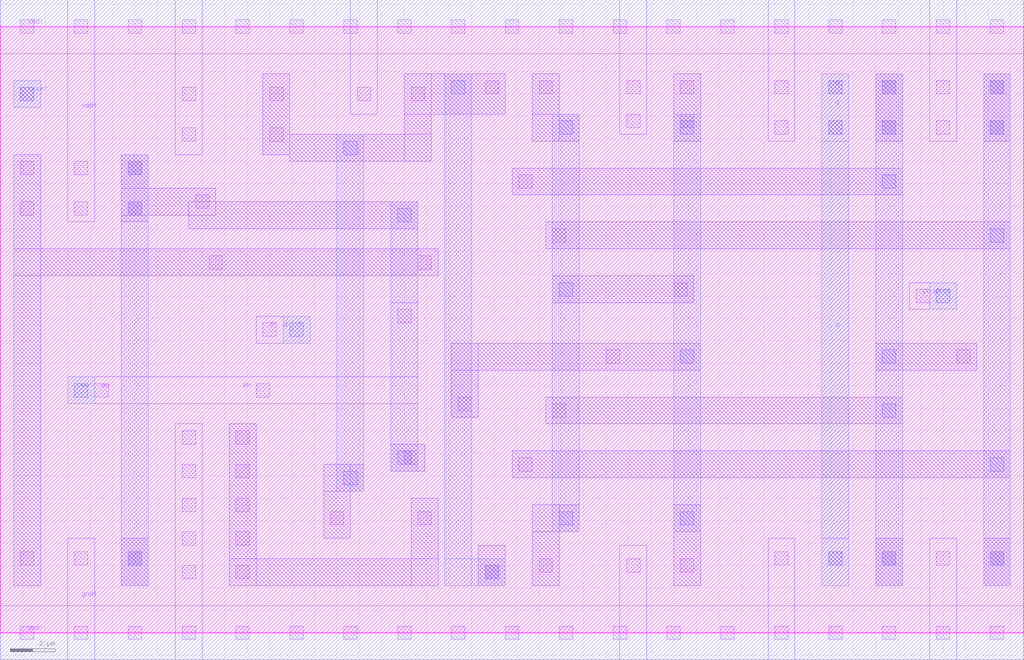
<source format=lef>

#******
# Preview export LEF
#
#	 Preview sub-version 5.10.41_USR5.90.69
#
# REF LIBS: muddlib11 
# TECH LIB NAME: UofU_TechLib_ami06
# TECH FILE NAME: techfile.cds
#
# Edited 1 Feb 2011 David_Harris@hmc.edu
# Copied over technology header according to Brunvand
# 
#******

VERSION 5.5 ;
NAMESCASESENSITIVE ON ;
BUSBITCHARS "[]" ;
DIVIDERCHAR "/" ;
#BUSBITCHARS "<>" ;
UNITS
  DATABASE MICRONS 100 ;
END UNITS

MANUFACTURINGGRID 0.15 ;


LAYER poly
  TYPE	MASTERSLICE ;
END poly

LAYER cc
  TYPE	CUT ;
  SPACING	0.9 ;
END cc

LAYER metal1
  TYPE		ROUTING ;
  DIRECTION	HORIZONTAL ;
  PITCH		3  ;
  WIDTH		0.9 ;
  SPACING	0.9 ;
  OFFSET	1.5 ; 
  RESISTANCE	RPERSQ 0.09 ;
  CAPACITANCE	CPERSQDIST 4.0e-05 ;
  EDGECAPACITANCE 7.5e-05 ;
END metal1

LAYER via
  TYPE	CUT ;
  SPACING	0.9 ;
END via

LAYER metal2
  TYPE		ROUTING ;
  DIRECTION	VERTICAL ;
  PITCH		2.4  ;
  WIDTH		0.9 ;
  SPACING	0.9 ;
  OFFSET	1.2 ;
  RESISTANCE	RPERSQ 0.09 ;
  CAPACITANCE	CPERSQDIST 2.0e-05 ;
  EDGECAPACITANCE 6.0e-05 ;
END metal2

LAYER via2
  TYPE	CUT ;
  SPACING	0.9 ;
END via2

LAYER metal3
  TYPE		ROUTING ;
  DIRECTION	HORIZONTAL ;
  PITCH		3  ;
  WIDTH		1.5 ;
  SPACING	0.9 ;
  OFFSET	1.5 ;
  RESISTANCE	RPERSQ 0.05 ;
  CAPACITANCE	CPERSQDIST 1.5e-05 ;
  EDGECAPACITANCE 4.0e-05 ;
END metal3

SPACING
  SAMENET poly  poly	0.900 ;
  SAMENET metal1  metal1	0.900  STACK ;
  SAMENET metal2  metal2	0.900  STACK ;
  SAMENET metal3  metal3	0.900 ;
  SAMENET cc  via	0.000  STACK ;
  SAMENET via  via	0.900 ;
  SAMENET via  via2	0.000  STACK ;
  SAMENET via2  via2	0.900 ;
END SPACING

VIA M1_POLY DEFAULT
  LAYER poly ;
    RECT -0.600 -0.600 0.600 0.600 ;
  LAYER cc ;
    RECT -0.300 -0.300 0.300 0.300 ;
  LAYER metal1 ;
    RECT -0.600 -0.600 0.600 0.600 ;
  RESISTANCE	17.0 ;
END M1_POLY

VIA M2_M1 DEFAULT
  LAYER metal1 ;
    RECT -0.600 -0.600 0.600 0.600 ;
  LAYER via ;
    RECT -0.300 -0.300 0.300 0.300 ;
  LAYER metal2 ;
    RECT -0.600 -0.600 0.600 0.600 ;
  RESISTANCE	0.90 ;
END M2_M1

VIA M3_M2 DEFAULT
  LAYER metal2 ;
    RECT -0.600 -0.600 0.600 0.600 ;
  LAYER via2 ;
    RECT -0.300 -0.300 0.300 0.300 ;
  LAYER metal3 ;
    RECT -0.900 -0.900 0.900 0.900 ;
  RESISTANCE	0.80 ;
END M3_M2


VIARULE viagen21 GENERATE
  LAYER metal1 ;
    DIRECTION HORIZONTAL ;
    WIDTH 1.2 TO 120 ;
    OVERHANG 0.3 ;
    METALOVERHANG 0 ;
  LAYER metal2 ;
    DIRECTION VERTICAL ;
    WIDTH 1.2 TO 120 ;
    OVERHANG 0.3 ;
    METALOVERHANG 0 ;
  LAYER via ;
    RECT -0.3 -0.3 0.3 0.3 ;
    SPACING 1.5 BY 1.5 ;
END viagen21

VIARULE viagen32 GENERATE
  LAYER metal3 ;
    DIRECTION HORIZONTAL ;
    WIDTH 1.8 TO 180 ;
    OVERHANG 0.6 ;
    METALOVERHANG 0 ;
  LAYER metal2 ;
    DIRECTION VERTICAL ;
    WIDTH 1.2 TO 120 ;
    OVERHANG 0.3 ;
    METALOVERHANG 0 ;
  LAYER via2 ;
    RECT -0.3 -0.3 0.3 0.3 ;
    SPACING 2.1 BY 2.1 ;
END viagen32

# These three turn rules are obsolete
# commented out 1 Feb 2011 DMH
#VIARULE TURN1 GENERATE
#  LAYER metal1 ;
#    DIRECTION HORIZONTAL ;
#  LAYER metal1 ;
#    DIRECTION VERTICAL ;
#END TURN1
#
#VIARULE TURN2 GENERATE
#  LAYER metal2 ;
#    DIRECTION HORIZONTAL ;
#  LAYER metal2 ;
#    DIRECTION VERTICAL ;
#END TURN2
#
#VIARULE TURN3 GENERATE
#  LAYER metal3 ;
#    DIRECTION HORIZONTAL ;
#  LAYER metal3 ;
#    DIRECTION VERTICAL ;
#END TURN3

SITE  corner
    CLASS	PAD ;
    SYMMETRY	R90 Y ;
    SIZE	300.000 BY 300.000 ;
END  corner

SITE  IO
    CLASS	PAD ;
    SYMMETRY	Y ;
    SIZE	90.000 BY 300.000 ;
END  IO

SITE  dbl_core
    CLASS	CORE ;
    SYMMETRY	Y ;
    SIZE	2.400 BY 54.000 ;
END  dbl_core

SITE  core
    CLASS	CORE ;
    SYMMETRY	Y ;
    SIZE	2.400 BY 27.000 ;
END  core

MACRO or2_1x
    CLASS CORE ;
    FOREIGN or2_1x 0 0 ;
    ORIGIN 0.00 0.00 ;
    SIZE 9.60 BY 27.00 ;
    SYMMETRY X Y ;
    SITE core ;
    PIN a
        DIRECTION INPUT ;
        PORT
        LAYER cc ;
        RECT  5.40 14.40 6.00 15.00 ;
        LAYER via ;
        RECT  5.70 14.40 6.30 15.00 ;
        LAYER metal2 ;
        RECT  5.40 14.10 6.60 15.30 ;
        LAYER metal1 ;
        RECT  5.10 14.10 6.60 15.30 ;
        END
    END a
    PIN b
        DIRECTION INPUT ;
        PORT
        LAYER cc ;
        RECT  8.10 6.90 8.70 7.50 ;
        LAYER via ;
        RECT  8.10 6.90 8.70 7.50 ;
        LAYER metal2 ;
        RECT  7.80 6.60 9.00 7.80 ;
        LAYER metal1 ;
        RECT  7.80 6.60 9.00 7.80 ;
        END
    END b
    PIN y
        DIRECTION OUTPUT ;
        PORT
        LAYER cc ;
        RECT  0.90 2.70 1.50 3.30 ;
        RECT  0.90 22.20 1.50 22.80 ;
        RECT  0.90 24.00 1.50 24.60 ;
        LAYER via ;
        RECT  0.90 11.70 1.50 12.30 ;
        LAYER metal2 ;
        RECT  0.60 11.40 1.80 12.60 ;
        LAYER metal1 ;
        RECT  0.60 2.10 1.80 24.90 ;
        END
    END y
    PIN gnd!
        DIRECTION INOUT ;
        USE GROUND ;
        SHAPE ABUTMENT ;
        PORT
        LAYER cc ;
        RECT  8.10 -0.30 8.70 0.30 ;
        RECT  8.10 2.70 8.70 3.30 ;
        RECT  5.70 -0.30 6.30 0.30 ;
        RECT  3.30 -0.30 3.90 0.30 ;
        RECT  3.30 2.70 3.90 3.30 ;
        RECT  0.90 -0.30 1.50 0.30 ;
        LAYER metal1 ;
        RECT  0.00 -1.20 9.60 1.20 ;
        RECT  7.80 -1.20 9.00 3.90 ;
        RECT  3.00 -1.20 4.20 4.20 ;
        END
    END gnd!
    PIN vdd!
        DIRECTION INOUT ;
        USE POWER ;
        SHAPE ABUTMENT ;
        PORT
        LAYER cc ;
        RECT  8.10 26.70 8.70 27.30 ;
        RECT  5.70 26.70 6.30 27.30 ;
        RECT  3.30 22.20 3.90 22.80 ;
        RECT  3.30 24.00 3.90 24.60 ;
        RECT  3.30 26.70 3.90 27.30 ;
        RECT  0.90 26.70 1.50 27.30 ;
        LAYER metal1 ;
        RECT  0.00 25.80 9.60 28.20 ;
        RECT  3.00 21.90 4.20 28.20 ;
        END
    END vdd!
    OBS
        LAYER cc ;
        RECT  4.20 11.70 4.80 12.30 ;
        RECT  5.70 2.70 6.30 3.30 ;
        RECT  7.20 24.00 7.80 24.60 ;
        RECT  7.20 22.20 7.80 22.80 ;
        LAYER metal1 ;
        RECT  5.40 2.10 6.60 12.60 ;
        RECT  3.90 11.40 9.00 12.60 ;
        RECT  7.80 11.40 9.00 17.40 ;
        RECT  6.90 16.50 8.10 24.90 ;
    END
END or2_1x

MACRO nor3_1x
    CLASS CORE ;
    FOREIGN nor3_1x 0 0 ;
    ORIGIN 0.00 0.00 ;
    SIZE 9.60 BY 27.00 ;
    SYMMETRY X Y ;
    SITE core ;
    PIN a
        DIRECTION INPUT ;
        PORT
        LAYER cc ;
        RECT  1.20 11.70 1.80 12.30 ;
        LAYER via ;
        RECT  1.20 11.70 1.80 12.30 ;
        LAYER metal2 ;
        RECT  0.90 11.40 2.10 12.60 ;
        LAYER metal1 ;
        RECT  0.90 11.40 2.10 12.60 ;
        END
    END a
    PIN b
        DIRECTION INPUT ;
        PORT
        LAYER cc ;
        RECT  3.30 8.70 3.90 9.30 ;
        LAYER via ;
        RECT  3.30 8.70 3.90 9.30 ;
        LAYER metal2 ;
        RECT  3.00 8.40 4.20 9.60 ;
        LAYER metal1 ;
        RECT  3.00 8.40 4.20 9.60 ;
        END
    END b
    PIN c
        DIRECTION INPUT ;
        PORT
        LAYER cc ;
        RECT  5.70 14.70 6.30 15.30 ;
        LAYER via ;
        RECT  5.70 14.70 6.30 15.30 ;
        LAYER metal2 ;
        RECT  5.40 14.40 6.60 15.60 ;
        LAYER metal1 ;
        RECT  5.40 14.40 6.60 15.60 ;
        END
    END c
    PIN y
        DIRECTION OUTPUT ;
        PORT
        LAYER cc ;
        RECT  8.10 2.40 8.70 3.00 ;
        RECT  8.10 3.90 8.70 4.50 ;
        RECT  6.30 19.20 6.90 19.80 ;
        RECT  6.30 20.70 6.90 21.30 ;
        RECT  6.30 22.20 6.90 22.80 ;
        RECT  6.30 23.70 6.90 24.30 ;
        RECT  3.30 2.40 3.90 3.00 ;
        RECT  3.30 3.90 3.90 4.50 ;
        LAYER via ;
        RECT  8.10 5.70 8.70 6.30 ;
        LAYER metal2 ;
        RECT  7.80 5.40 9.00 6.60 ;
        LAYER metal1 ;
        RECT  6.00 18.60 9.00 19.80 ;
        RECT  7.80 2.10 9.00 19.80 ;
        RECT  3.00 5.70 9.00 6.90 ;
        RECT  6.00 18.60 7.20 24.90 ;
        RECT  3.00 2.10 4.20 6.90 ;
        END
    END y
    PIN gnd!
        DIRECTION INOUT ;
        USE GROUND ;
        SHAPE ABUTMENT ;
        PORT
        LAYER cc ;
        RECT  8.10 -0.30 8.70 0.30 ;
        RECT  5.70 -0.30 6.30 0.30 ;
        RECT  5.70 2.40 6.30 3.00 ;
        RECT  5.70 3.90 6.30 4.50 ;
        RECT  3.30 -0.30 3.90 0.30 ;
        RECT  0.90 -0.30 1.50 0.30 ;
        RECT  0.90 2.40 1.50 3.00 ;
        RECT  0.90 3.90 1.50 4.50 ;
        LAYER metal1 ;
        RECT  0.00 -1.20 9.60 1.20 ;
        RECT  5.40 -1.20 6.60 4.80 ;
        RECT  0.60 -1.20 1.80 4.80 ;
        END
    END gnd!
    PIN vdd!
        DIRECTION INOUT ;
        USE POWER ;
        SHAPE ABUTMENT ;
        PORT
        LAYER cc ;
        RECT  8.10 26.70 8.70 27.30 ;
        RECT  5.70 26.70 6.30 27.30 ;
        RECT  3.30 26.70 3.90 27.30 ;
        RECT  0.90 19.20 1.50 19.80 ;
        RECT  0.90 20.70 1.50 21.30 ;
        RECT  0.90 22.20 1.50 22.80 ;
        RECT  0.90 23.70 1.50 24.30 ;
        RECT  0.90 26.70 1.50 27.30 ;
        LAYER metal1 ;
        RECT  0.00 25.80 9.60 28.20 ;
        RECT  0.60 18.60 1.80 28.20 ;
        END
    END vdd!
END nor3_1x

MACRO nor2_2x
    CLASS CORE ;
    FOREIGN nor2_2x 0 0 ;
    ORIGIN 0.00 0.00 ;
    SIZE 7.20 BY 27.00 ;
    SYMMETRY X Y ;
    SITE core ;
    PIN b
        DIRECTION INPUT ;
        PORT
        LAYER cc ;
        RECT  5.70 8.70 6.30 9.30 ;
        LAYER via ;
        RECT  5.70 8.70 6.30 9.30 ;
        LAYER metal2 ;
        RECT  5.40 8.40 6.60 9.60 ;
        LAYER metal1 ;
        RECT  5.40 8.40 6.60 9.60 ;
        END
    END b
    PIN y
        DIRECTION OUTPUT ;
        PORT
        LAYER cc ;
        RECT  4.80 15.90 5.40 16.50 ;
        RECT  4.80 17.40 5.40 18.00 ;
        RECT  4.80 18.90 5.40 19.50 ;
        RECT  4.80 20.70 5.40 21.30 ;
        RECT  4.80 22.20 5.40 22.80 ;
        RECT  4.80 23.70 5.40 24.30 ;
        RECT  3.30 2.40 3.90 3.00 ;
        RECT  3.30 4.20 3.90 4.80 ;
        RECT  3.30 6.00 3.90 6.60 ;
        LAYER via ;
        RECT  3.30 11.70 3.90 12.30 ;
        LAYER metal2 ;
        RECT  3.00 11.40 4.20 12.60 ;
        LAYER metal1 ;
        RECT  4.50 11.40 5.70 24.90 ;
        RECT  3.00 11.40 5.70 12.60 ;
        RECT  3.00 2.10 4.20 12.60 ;
        END
    END y
    PIN a
        DIRECTION INPUT ;
        PORT
        LAYER cc ;
        RECT  0.90 8.70 1.50 9.30 ;
        LAYER via ;
        RECT  0.90 8.70 1.50 9.30 ;
        LAYER metal2 ;
        RECT  0.60 8.40 1.80 9.60 ;
        LAYER metal1 ;
        RECT  0.60 8.40 1.80 9.60 ;
        END
    END a
    PIN gnd!
        DIRECTION INOUT ;
        USE GROUND ;
        SHAPE ABUTMENT ;
        PORT
        LAYER cc ;
        RECT  5.70 -0.30 6.30 0.30 ;
        RECT  5.70 2.40 6.30 3.00 ;
        RECT  5.70 4.20 6.30 4.80 ;
        RECT  5.70 6.00 6.30 6.60 ;
        RECT  3.30 -0.30 3.90 0.30 ;
        RECT  0.90 -0.30 1.50 0.30 ;
        RECT  0.90 2.40 1.50 3.00 ;
        RECT  0.90 4.20 1.50 4.80 ;
        RECT  0.90 6.00 1.50 6.60 ;
        LAYER metal1 ;
        RECT  0.00 -1.20 7.20 1.20 ;
        RECT  5.40 -1.20 6.60 6.90 ;
        RECT  0.60 -1.20 1.80 6.90 ;
        END
    END gnd!
    PIN vdd!
        DIRECTION INOUT ;
        USE POWER ;
        SHAPE ABUTMENT ;
        PORT
        LAYER cc ;
        RECT  5.70 26.70 6.30 27.30 ;
        RECT  3.30 26.70 3.90 27.30 ;
        RECT  0.90 15.90 1.50 16.50 ;
        RECT  0.90 17.40 1.50 18.00 ;
        RECT  0.90 18.90 1.50 19.50 ;
        RECT  0.90 20.70 1.50 21.30 ;
        RECT  0.90 22.20 1.50 22.80 ;
        RECT  0.90 23.70 1.50 24.30 ;
        RECT  0.90 26.70 1.50 27.30 ;
        LAYER metal1 ;
        RECT  0.00 25.80 7.20 28.20 ;
        RECT  0.60 15.30 1.80 28.20 ;
        END
    END vdd!
END nor2_2x

MACRO nor2_1x
    CLASS CORE ;
    FOREIGN nor2_1x 0 0 ;
    ORIGIN 0.00 0.00 ;
    SIZE 7.20 BY 27.00 ;
    SYMMETRY X Y ;
    SITE core ;
    PIN b
        DIRECTION INPUT ;
        PORT
        LAYER cc ;
        RECT  5.70 8.70 6.30 9.30 ;
        LAYER via ;
        RECT  5.70 8.70 6.30 9.30 ;
        LAYER metal2 ;
        RECT  5.40 8.40 6.60 9.60 ;
        LAYER metal1 ;
        RECT  5.40 8.40 6.60 9.60 ;
        END
    END b
    PIN y
        DIRECTION OUTPUT ;
        PORT
        LAYER cc ;
        RECT  4.80 20.70 5.40 21.30 ;
        RECT  4.80 22.20 5.40 22.80 ;
        RECT  4.80 23.70 5.40 24.30 ;
        RECT  3.30 3.00 3.90 3.60 ;
        LAYER via ;
        RECT  3.30 11.70 3.90 12.30 ;
        LAYER metal2 ;
        RECT  3.00 11.40 4.20 12.60 ;
        LAYER metal1 ;
        RECT  4.50 11.40 5.70 24.90 ;
        RECT  3.00 11.40 5.70 12.60 ;
        RECT  3.00 2.10 4.20 12.60 ;
        END
    END y
    PIN a
        DIRECTION INPUT ;
        PORT
        LAYER cc ;
        RECT  0.90 8.70 1.50 9.30 ;
        LAYER via ;
        RECT  0.90 8.70 1.50 9.30 ;
        LAYER metal2 ;
        RECT  0.60 8.40 1.80 9.60 ;
        LAYER metal1 ;
        RECT  0.60 8.40 1.80 9.60 ;
        END
    END a
    PIN gnd!
        DIRECTION INOUT ;
        USE GROUND ;
        SHAPE ABUTMENT ;
        PORT
        LAYER cc ;
        RECT  5.70 -0.30 6.30 0.30 ;
        RECT  5.70 3.00 6.30 3.60 ;
        RECT  3.30 -0.30 3.90 0.30 ;
        RECT  0.90 -0.30 1.50 0.30 ;
        RECT  0.90 3.00 1.50 3.60 ;
        LAYER metal1 ;
        RECT  0.00 -1.20 7.20 1.20 ;
        RECT  5.40 -1.20 6.60 4.50 ;
        RECT  0.60 -1.20 1.80 4.50 ;
        END
    END gnd!
    PIN vdd!
        DIRECTION INOUT ;
        USE POWER ;
        SHAPE ABUTMENT ;
        PORT
        LAYER cc ;
        RECT  5.70 26.70 6.30 27.30 ;
        RECT  3.30 26.70 3.90 27.30 ;
        RECT  0.90 20.70 1.50 21.30 ;
        RECT  0.90 22.20 1.50 22.80 ;
        RECT  0.90 23.70 1.50 24.30 ;
        RECT  0.90 26.70 1.50 27.30 ;
        LAYER metal1 ;
        RECT  0.00 25.80 7.20 28.20 ;
        RECT  0.60 20.10 1.80 28.20 ;
        END
    END vdd!
END nor2_1x

MACRO nand3_1x
    CLASS CORE ;
    FOREIGN nand3_1x 0 0 ;
    ORIGIN 0.00 0.00 ;
    SIZE 9.60 BY 27.00 ;
    SYMMETRY X Y ;
    SITE core ;
    PIN a
        DIRECTION INPUT ;
        PORT
        LAYER cc ;
        RECT  0.90 14.70 1.50 15.30 ;
        LAYER via ;
        RECT  0.90 14.70 1.50 15.30 ;
        LAYER metal2 ;
        RECT  0.60 14.40 1.80 15.60 ;
        LAYER metal1 ;
        RECT  0.60 14.40 1.80 15.60 ;
        END
    END a
    PIN b
        DIRECTION INPUT ;
        PORT
        LAYER cc ;
        RECT  3.30 14.70 3.90 15.30 ;
        LAYER via ;
        RECT  3.30 14.70 3.90 15.30 ;
        LAYER metal2 ;
        RECT  3.00 14.40 4.20 15.60 ;
        LAYER metal1 ;
        RECT  3.00 14.40 4.20 15.60 ;
        END
    END b
    PIN c
        DIRECTION INPUT ;
        PORT
        LAYER cc ;
        RECT  5.70 14.70 6.30 15.30 ;
        LAYER via ;
        RECT  5.70 14.70 6.30 15.30 ;
        LAYER metal2 ;
        RECT  5.40 14.40 6.60 15.60 ;
        LAYER metal1 ;
        RECT  5.40 14.40 6.60 15.60 ;
        END
    END c
    PIN y
        DIRECTION OUTPUT ;
        PORT
        LAYER cc ;
        RECT  8.10 21.90 8.70 22.50 ;
        RECT  8.10 23.40 8.70 24.00 ;
        RECT  6.30 2.70 6.90 3.30 ;
        RECT  6.30 4.20 6.90 4.80 ;
        RECT  6.30 5.70 6.90 6.30 ;
        RECT  3.30 21.90 3.90 22.50 ;
        RECT  3.30 23.40 3.90 24.00 ;
        LAYER via ;
        RECT  8.10 14.70 8.70 15.30 ;
        LAYER metal2 ;
        RECT  7.80 14.40 9.00 15.60 ;
        LAYER metal1 ;
        RECT  7.80 5.70 9.00 24.90 ;
        RECT  3.00 19.20 9.00 20.10 ;
        RECT  6.00 5.70 9.00 6.90 ;
        RECT  6.00 2.10 7.20 6.90 ;
        RECT  3.00 19.20 4.20 24.90 ;
        END
    END y
    PIN gnd!
        DIRECTION INOUT ;
        USE GROUND ;
        SHAPE ABUTMENT ;
        PORT
        LAYER cc ;
        RECT  8.10 -0.30 8.70 0.30 ;
        RECT  5.70 -0.30 6.30 0.30 ;
        RECT  3.30 -0.30 3.90 0.30 ;
        RECT  0.90 -0.30 1.50 0.30 ;
        RECT  0.90 2.70 1.50 3.30 ;
        RECT  0.90 4.20 1.50 4.80 ;
        RECT  0.90 5.70 1.50 6.30 ;
        LAYER metal1 ;
        RECT  0.00 -1.20 9.60 1.20 ;
        RECT  0.60 -1.20 1.80 6.90 ;
        END
    END gnd!
    PIN vdd!
        DIRECTION INOUT ;
        USE POWER ;
        SHAPE ABUTMENT ;
        PORT
        LAYER cc ;
        RECT  8.10 26.70 8.70 27.30 ;
        RECT  5.70 21.90 6.30 22.50 ;
        RECT  5.70 23.40 6.30 24.00 ;
        RECT  5.70 26.70 6.30 27.30 ;
        RECT  3.30 26.70 3.90 27.30 ;
        RECT  0.90 21.90 1.50 22.50 ;
        RECT  0.90 23.40 1.50 24.00 ;
        RECT  0.90 26.70 1.50 27.30 ;
        LAYER metal1 ;
        RECT  0.00 25.80 9.60 28.20 ;
        RECT  5.40 21.00 6.60 28.20 ;
        RECT  0.60 21.00 1.80 28.20 ;
        END
    END vdd!
END nand3_1x

MACRO nand2_2x
    CLASS CORE ;
    FOREIGN nand2_2x 0 0 ;
    ORIGIN 0.00 0.00 ;
    SIZE 7.20 BY 27.00 ;
    SYMMETRY X Y ;
    SITE core ;
    PIN b
        DIRECTION INPUT ;
        PORT
        LAYER cc ;
        RECT  5.70 14.70 6.30 15.30 ;
        LAYER via ;
        RECT  5.70 14.70 6.30 15.30 ;
        LAYER metal2 ;
        RECT  5.40 14.40 6.60 15.60 ;
        LAYER metal1 ;
        RECT  5.40 14.40 6.60 15.60 ;
        END
    END b
    PIN y
        DIRECTION OUTPUT ;
        PORT
        LAYER cc ;
        RECT  4.80 2.70 5.40 3.30 ;
        RECT  4.80 4.50 5.40 5.10 ;
        RECT  4.80 6.30 5.40 6.90 ;
        RECT  4.80 8.10 5.40 8.70 ;
        RECT  3.30 18.30 3.90 18.90 ;
        RECT  3.30 20.10 3.90 20.70 ;
        RECT  3.30 21.90 3.90 22.50 ;
        RECT  3.30 23.70 3.90 24.30 ;
        LAYER via ;
        RECT  3.30 11.70 3.90 12.30 ;
        LAYER metal2 ;
        RECT  3.00 11.40 4.20 12.60 ;
        LAYER metal1 ;
        RECT  3.00 11.40 5.70 12.60 ;
        RECT  4.50 2.10 5.70 12.60 ;
        RECT  3.00 11.40 4.20 24.90 ;
        END
    END y
    PIN a
        DIRECTION INPUT ;
        PORT
        LAYER cc ;
        RECT  0.90 14.70 1.50 15.30 ;
        LAYER via ;
        RECT  0.90 14.70 1.50 15.30 ;
        LAYER metal2 ;
        RECT  0.60 14.40 1.80 15.60 ;
        LAYER metal1 ;
        RECT  0.60 14.40 1.80 15.60 ;
        END
    END a
    PIN gnd!
        DIRECTION INOUT ;
        USE GROUND ;
        SHAPE ABUTMENT ;
        PORT
        LAYER cc ;
        RECT  5.70 -0.30 6.30 0.30 ;
        RECT  3.30 -0.30 3.90 0.30 ;
        RECT  0.90 -0.30 1.50 0.30 ;
        RECT  0.90 2.70 1.50 3.30 ;
        RECT  0.90 4.50 1.50 5.10 ;
        RECT  0.90 6.30 1.50 6.90 ;
        RECT  0.90 8.10 1.50 8.70 ;
        LAYER metal1 ;
        RECT  0.00 -1.20 7.20 1.20 ;
        RECT  0.60 -1.20 1.80 9.30 ;
        END
    END gnd!
    PIN vdd!
        DIRECTION INOUT ;
        USE POWER ;
        SHAPE ABUTMENT ;
        PORT
        LAYER cc ;
        RECT  5.70 18.30 6.30 18.90 ;
        RECT  5.70 20.10 6.30 20.70 ;
        RECT  5.70 21.90 6.30 22.50 ;
        RECT  5.70 23.70 6.30 24.30 ;
        RECT  5.70 26.70 6.30 27.30 ;
        RECT  3.30 26.70 3.90 27.30 ;
        RECT  0.90 18.30 1.50 18.90 ;
        RECT  0.90 20.10 1.50 20.70 ;
        RECT  0.90 21.90 1.50 22.50 ;
        RECT  0.90 23.70 1.50 24.30 ;
        RECT  0.90 26.70 1.50 27.30 ;
        LAYER metal1 ;
        RECT  0.00 25.80 7.20 28.20 ;
        RECT  5.40 17.70 6.60 28.20 ;
        RECT  0.60 17.70 1.80 28.20 ;
        END
    END vdd!
END nand2_2x

MACRO nand2_1x
    CLASS CORE ;
    FOREIGN nand2_1x 0 0 ;
    ORIGIN 0.00 0.00 ;
    SIZE 7.20 BY 27.00 ;
    SYMMETRY X Y ;
    SITE core ;
    PIN b
        DIRECTION INPUT ;
        PORT
        LAYER cc ;
        RECT  5.70 14.70 6.30 15.30 ;
        LAYER via ;
        RECT  5.70 14.70 6.30 15.30 ;
        LAYER metal2 ;
        RECT  5.40 14.40 6.60 15.60 ;
        LAYER metal1 ;
        RECT  5.40 14.40 6.60 15.60 ;
        END
    END b
    PIN y
        DIRECTION OUTPUT ;
        PORT
        LAYER cc ;
        RECT  4.80 2.70 5.40 3.30 ;
        RECT  4.80 4.80 5.40 5.40 ;
        RECT  3.30 21.90 3.90 22.50 ;
        RECT  3.30 23.70 3.90 24.30 ;
        LAYER via ;
        RECT  3.30 11.70 3.90 12.30 ;
        LAYER metal2 ;
        RECT  3.00 11.40 4.20 12.60 ;
        LAYER metal1 ;
        RECT  3.00 11.40 5.70 12.60 ;
        RECT  4.50 2.10 5.70 12.60 ;
        RECT  3.00 11.40 4.20 24.90 ;
        END
    END y
    PIN a
        DIRECTION INPUT ;
        PORT
        LAYER cc ;
        RECT  0.90 14.70 1.50 15.30 ;
        LAYER via ;
        RECT  0.90 14.70 1.50 15.30 ;
        LAYER metal2 ;
        RECT  0.60 14.40 1.80 15.60 ;
        LAYER metal1 ;
        RECT  0.60 14.40 1.80 15.60 ;
        END
    END a
    PIN gnd!
        DIRECTION INOUT ;
        USE GROUND ;
        SHAPE ABUTMENT ;
        PORT
        LAYER cc ;
        RECT  5.70 -0.30 6.30 0.30 ;
        RECT  3.30 -0.30 3.90 0.30 ;
        RECT  0.90 -0.30 1.50 0.30 ;
        RECT  0.90 2.70 1.50 3.30 ;
        RECT  0.90 4.80 1.50 5.40 ;
        LAYER metal1 ;
        RECT  0.00 -1.20 7.20 1.20 ;
        RECT  0.60 -1.20 1.80 5.70 ;
        END
    END gnd!
    PIN vdd!
        DIRECTION INOUT ;
        USE POWER ;
        SHAPE ABUTMENT ;
        PORT
        LAYER cc ;
        RECT  5.70 21.90 6.30 22.50 ;
        RECT  5.70 23.70 6.30 24.30 ;
        RECT  5.70 26.70 6.30 27.30 ;
        RECT  3.30 26.70 3.90 27.30 ;
        RECT  0.90 21.90 1.50 22.50 ;
        RECT  0.90 23.70 1.50 24.30 ;
        RECT  0.90 26.70 1.50 27.30 ;
        LAYER metal1 ;
        RECT  0.00 25.80 7.20 28.20 ;
        RECT  5.40 21.30 6.60 28.20 ;
        RECT  0.60 21.30 1.80 28.20 ;
        END
    END vdd!
END nand2_1x

MACRO mux2_c_1x
    CLASS CORE ;
    FOREIGN mux2_c_1x 8.4 0 ;
    ORIGIN -8.40 0.00 ;
    SIZE 16.80 BY 27.00 ;
    SYMMETRY X Y ;
    SITE core ;
    PIN y
        DIRECTION OUTPUT ;
        PORT
        LAYER cc ;
        RECT  23.40 2.70 24.00 3.30 ;
        RECT  23.40 22.20 24.00 22.80 ;
        RECT  23.40 24.00 24.00 24.60 ;
        LAYER via ;
        RECT  23.70 11.70 24.30 12.30 ;
        LAYER metal2 ;
        RECT  23.40 11.40 24.60 12.60 ;
        LAYER metal1 ;
        RECT  23.40 8.10 24.60 15.00 ;
        RECT  23.10 13.80 24.30 24.90 ;
        RECT  23.10 2.10 24.30 9.30 ;
        END
    END y
    PIN d1
        DIRECTION INPUT ;
        PORT
        LAYER cc ;
        RECT  11.70 14.10 12.30 14.70 ;
        LAYER via ;
        RECT  11.70 14.10 12.30 14.70 ;
        LAYER metal2 ;
        RECT  11.40 13.80 12.60 15.00 ;
        LAYER metal1 ;
        RECT  11.40 13.80 12.60 15.00 ;
        END
    END d1
    PIN s
        DIRECTION INPUT ;
        PORT
        LAYER cc ;
        RECT  17.10 15.00 17.70 15.60 ;
        RECT  9.60 16.50 10.20 17.10 ;
        LAYER via ;
        RECT  18.90 16.50 19.50 17.10 ;
        LAYER metal2 ;
        RECT  18.60 16.20 19.80 17.40 ;
        LAYER metal1 ;
        RECT  9.30 16.20 19.80 17.40 ;
        RECT  16.80 14.70 18.00 17.40 ;
        END
    END s
    PIN d0
        DIRECTION INPUT ;
        PORT
        LAYER cc ;
        RECT  19.50 13.50 20.10 14.10 ;
        LAYER via ;
        RECT  21.30 13.50 21.90 14.10 ;
        LAYER metal2 ;
        RECT  21.00 13.20 22.20 14.40 ;
        LAYER metal1 ;
        RECT  19.20 13.20 22.20 14.40 ;
        END
    END d0
    PIN gnd!
        DIRECTION OUTPUT ;
        USE GROUND ;
        SHAPE ABUTMENT ;
        PORT
        LAYER cc ;
        RECT  23.70 -0.30 24.30 0.30 ;
        RECT  21.30 -0.30 21.90 0.30 ;
        RECT  21.00 2.70 21.60 3.30 ;
        RECT  18.90 -0.30 19.50 0.30 ;
        RECT  16.50 -0.30 17.10 0.30 ;
        RECT  14.10 -0.30 14.70 0.30 ;
        RECT  13.20 2.70 13.80 3.30 ;
        RECT  11.70 -0.30 12.30 0.30 ;
        RECT  9.30 -0.30 9.90 0.30 ;
        LAYER metal1 ;
        RECT  8.40 -1.20 25.20 1.20 ;
        RECT  20.70 -1.20 21.90 4.20 ;
        RECT  12.90 -1.20 14.10 3.90 ;
        END
    END gnd!
    PIN vdd!
        DIRECTION OUTPUT ;
        USE POWER ;
        SHAPE ABUTMENT ;
        PORT
        LAYER cc ;
        RECT  23.70 26.70 24.30 27.30 ;
        RECT  21.30 26.70 21.90 27.30 ;
        RECT  21.00 22.20 21.60 22.80 ;
        RECT  21.00 24.00 21.60 24.60 ;
        RECT  18.90 26.70 19.50 27.30 ;
        RECT  16.50 26.70 17.10 27.30 ;
        RECT  14.10 26.70 14.70 27.30 ;
        RECT  13.20 22.50 13.80 23.10 ;
        RECT  13.20 24.00 13.80 24.60 ;
        RECT  11.70 26.70 12.30 27.30 ;
        RECT  9.30 26.70 9.90 27.30 ;
        LAYER metal1 ;
        RECT  8.40 25.80 25.20 28.20 ;
        RECT  20.70 21.90 21.90 28.20 ;
        RECT  12.90 22.20 14.10 28.20 ;
        END
    END vdd!
    OBS
        LAYER cc ;
        RECT  10.80 24.00 11.40 24.60 ;
        RECT  10.80 22.50 11.40 23.10 ;
        RECT  10.80 2.70 11.40 3.30 ;
        RECT  14.10 14.10 14.70 14.70 ;
        RECT  17.10 24.00 17.70 24.60 ;
        RECT  17.10 22.50 17.70 23.10 ;
        RECT  17.10 2.70 17.70 3.30 ;
        RECT  18.00 6.90 18.60 7.50 ;
        RECT  21.60 10.80 22.20 11.40 ;
        LAYER metal1 ;
        RECT  9.00 22.20 11.70 23.40 ;
        RECT  10.50 22.20 11.70 24.90 ;
        RECT  9.00 2.40 11.70 3.60 ;
        RECT  10.50 2.10 11.70 3.90 ;
        RECT  16.20 19.50 18.00 20.70 ;
        RECT  16.80 19.50 18.00 24.90 ;
        RECT  16.80 2.10 18.00 5.70 ;
        RECT  16.20 4.50 18.00 5.70 ;
        RECT  13.80 6.60 18.90 7.80 ;
        RECT  9.00 9.30 15.00 10.50 ;
        RECT  13.80 6.60 15.00 15.00 ;
        RECT  16.20 9.30 21.90 10.50 ;
        RECT  20.70 10.50 22.50 11.70 ;
        LAYER via ;
        RECT  9.30 22.50 9.90 23.10 ;
        RECT  9.30 9.60 9.90 10.20 ;
        RECT  9.30 2.70 9.90 3.30 ;
        RECT  16.50 19.80 17.10 20.40 ;
        RECT  16.50 9.60 17.10 10.20 ;
        RECT  16.50 4.80 17.10 5.40 ;
        LAYER metal2 ;
        RECT  9.00 2.40 10.20 23.40 ;
        RECT  16.20 4.50 17.40 20.70 ;
    END
END mux2_c_1x

MACRO latchenr_c_1x
    CLASS CORE ;
    FOREIGN latchenr_c_1x 0 0 ;
    ORIGIN 0.00 0.00 ;
    SIZE 45.60 BY 27.00 ;
    SYMMETRY X Y ;
    SITE core ;
    PIN d
        DIRECTION INPUT ;
        PORT
        LAYER cc ;
        RECT  11.70 13.20 12.30 13.80 ;
        LAYER via ;
        RECT  12.90 13.20 13.50 13.80 ;
        LAYER metal2 ;
        RECT  12.60 12.90 13.80 14.10 ;
        LAYER metal1 ;
        RECT  11.40 12.90 13.80 14.10 ;
        END
    END d
    PIN reset
        DIRECTION INPUT ;
        PORT
        LAYER cc ;
        RECT  0.90 23.70 1.50 24.30 ;
        LAYER via ;
        RECT  0.90 23.70 1.50 24.30 ;
        LAYER metal2 ;
        RECT  0.60 23.40 1.80 24.60 ;
        LAYER metal1 ;
        RECT  0.60 23.40 1.80 24.60 ;
        END
    END reset
    PIN ph
        DIRECTION INPUT ;
        USE CLOCK ;
        PORT
        LAYER cc ;
        RECT  40.80 14.70 41.40 15.30 ;
        LAYER via ;
        RECT  41.70 14.70 42.30 15.30 ;
        LAYER metal2 ;
        RECT  41.40 14.40 42.60 15.60 ;
        LAYER metal1 ;
        RECT  40.50 14.40 42.60 15.60 ;
        END
    END ph
    PIN q
        DIRECTION OUTPUT ;
        PORT
        LAYER cc ;
        RECT  36.90 3.00 37.50 3.60 ;
        RECT  36.90 22.20 37.50 22.80 ;
        RECT  36.90 24.00 37.50 24.60 ;
        LAYER via ;
        RECT  36.90 3.00 37.50 3.60 ;
        RECT  36.90 22.20 37.50 22.80 ;
        RECT  36.90 24.00 37.50 24.60 ;
        LAYER metal2 ;
        RECT  36.60 2.10 37.80 24.90 ;
        LAYER metal1 ;
        RECT  36.60 2.10 37.80 4.20 ;
        RECT  36.60 21.90 37.80 24.90 ;
        END
    END q
    PIN en
        DIRECTION INPUT ;
        PORT
        LAYER cc ;
        RECT  17.70 13.80 18.30 14.40 ;
        RECT  11.40 10.50 12.00 11.10 ;
        RECT  4.20 10.50 4.80 11.10 ;
        LAYER via ;
        RECT  3.30 10.50 3.90 11.10 ;
        LAYER metal2 ;
        RECT  3.00 10.20 4.20 11.40 ;
        LAYER metal1 ;
        RECT  17.40 10.20 18.60 14.70 ;
        RECT  3.00 10.20 18.60 11.40 ;
        END
    END en
    PIN vdd!
        DIRECTION OUTPUT ;
        USE POWER ;
        SHAPE ABUTMENT ;
        PORT
        LAYER cc ;
        RECT  44.10 26.70 44.70 27.30 ;
        RECT  41.70 22.20 42.30 22.80 ;
        RECT  41.70 24.00 42.30 24.60 ;
        RECT  41.70 26.70 42.30 27.30 ;
        RECT  39.30 26.70 39.90 27.30 ;
        RECT  36.90 26.70 37.50 27.30 ;
        RECT  34.50 22.20 35.10 22.80 ;
        RECT  34.50 24.00 35.10 24.60 ;
        RECT  34.50 26.70 35.10 27.30 ;
        RECT  32.10 26.70 32.70 27.30 ;
        RECT  29.70 26.70 30.30 27.30 ;
        RECT  27.90 22.50 28.50 23.10 ;
        RECT  27.90 24.00 28.50 24.60 ;
        RECT  27.30 26.70 27.90 27.30 ;
        RECT  24.90 26.70 25.50 27.30 ;
        RECT  22.50 26.70 23.10 27.30 ;
        RECT  20.10 26.70 20.70 27.30 ;
        RECT  17.70 26.70 18.30 27.30 ;
        RECT  15.90 23.70 16.50 24.30 ;
        RECT  15.30 26.70 15.90 27.30 ;
        RECT  12.90 26.70 13.50 27.30 ;
        RECT  10.50 26.70 11.10 27.30 ;
        RECT  8.10 21.90 8.70 22.50 ;
        RECT  8.10 23.70 8.70 24.30 ;
        RECT  8.10 26.70 8.70 27.30 ;
        RECT  5.70 26.70 6.30 27.30 ;
        RECT  3.30 18.60 3.90 19.20 ;
        RECT  3.30 20.40 3.90 21.00 ;
        RECT  3.30 26.70 3.90 27.30 ;
        RECT  0.90 26.70 1.50 27.30 ;
        LAYER metal1 ;
        RECT  0.00 25.80 45.60 28.20 ;
        RECT  41.40 21.90 42.60 28.20 ;
        RECT  34.20 21.90 35.40 28.20 ;
        RECT  27.60 22.20 28.80 28.20 ;
        RECT  15.60 23.10 16.80 28.20 ;
        RECT  7.80 21.30 9.00 28.20 ;
        RECT  3.00 18.30 4.20 28.20 ;
        END
    END vdd!
    PIN gnd!
        DIRECTION OUTPUT ;
        USE GROUND ;
        SHAPE ABUTMENT ;
        PORT
        LAYER cc ;
        RECT  44.10 -0.30 44.70 0.30 ;
        RECT  41.70 -0.30 42.30 0.30 ;
        RECT  41.70 3.00 42.30 3.60 ;
        RECT  39.30 -0.30 39.90 0.30 ;
        RECT  36.90 -0.30 37.50 0.30 ;
        RECT  34.50 -0.30 35.10 0.30 ;
        RECT  34.50 3.00 35.10 3.60 ;
        RECT  32.10 -0.30 32.70 0.30 ;
        RECT  29.70 -0.30 30.30 0.30 ;
        RECT  27.90 2.70 28.50 3.30 ;
        RECT  27.30 -0.30 27.90 0.30 ;
        RECT  24.90 -0.30 25.50 0.30 ;
        RECT  22.50 -0.30 23.10 0.30 ;
        RECT  20.10 -0.30 20.70 0.30 ;
        RECT  17.70 -0.30 18.30 0.30 ;
        RECT  15.30 -0.30 15.90 0.30 ;
        RECT  12.90 -0.30 13.50 0.30 ;
        RECT  10.50 -0.30 11.10 0.30 ;
        RECT  8.10 -0.30 8.70 0.30 ;
        RECT  8.10 2.40 8.70 3.00 ;
        RECT  8.10 3.90 8.70 4.50 ;
        RECT  8.10 5.40 8.70 6.00 ;
        RECT  8.10 6.90 8.70 7.50 ;
        RECT  8.10 8.40 8.70 9.00 ;
        RECT  5.70 -0.30 6.30 0.30 ;
        RECT  3.30 -0.30 3.90 0.30 ;
        RECT  3.30 3.00 3.90 3.60 ;
        RECT  0.90 -0.30 1.50 0.30 ;
        LAYER metal1 ;
        RECT  0.00 -1.20 45.60 1.20 ;
        RECT  41.40 -1.20 42.60 4.20 ;
        RECT  34.20 -1.20 35.40 4.20 ;
        RECT  27.60 -1.20 28.80 3.90 ;
        RECT  7.80 -1.20 9.00 9.30 ;
        RECT  3.00 -1.20 4.20 4.20 ;
        END
    END gnd!
    OBS
        LAYER cc ;
        RECT  0.90 20.40 1.50 21.00 ;
        RECT  0.90 18.60 1.50 19.20 ;
        RECT  0.90 3.00 1.50 3.60 ;
        RECT  5.70 20.40 6.30 21.00 ;
        RECT  5.70 18.60 6.30 19.20 ;
        RECT  5.70 3.00 6.30 3.60 ;
        RECT  8.70 18.90 9.30 19.50 ;
        RECT  9.30 16.20 9.90 16.80 ;
        RECT  10.50 8.40 11.10 9.00 ;
        RECT  10.50 6.90 11.10 7.50 ;
        RECT  10.50 5.40 11.10 6.00 ;
        RECT  10.50 3.90 11.10 4.50 ;
        RECT  10.50 2.40 11.10 3.00 ;
        RECT  12.00 23.70 12.60 24.30 ;
        RECT  12.00 21.90 12.60 22.50 ;
        RECT  14.70 4.80 15.30 5.40 ;
        RECT  18.00 7.50 18.60 8.10 ;
        RECT  18.30 23.70 18.90 24.30 ;
        RECT  18.60 16.20 19.20 16.80 ;
        RECT  18.60 4.80 19.20 5.40 ;
        RECT  20.40 9.90 21.00 10.50 ;
        RECT  21.60 24.00 22.20 24.60 ;
        RECT  21.60 2.40 22.20 3.00 ;
        RECT  23.10 19.80 23.70 20.40 ;
        RECT  23.10 7.20 23.70 7.80 ;
        RECT  24.00 24.00 24.60 24.60 ;
        RECT  24.00 2.70 24.60 3.30 ;
        RECT  24.60 17.40 25.20 18.00 ;
        RECT  24.60 9.60 25.20 10.20 ;
        RECT  27.00 12.00 27.60 12.60 ;
        RECT  30.00 15.00 30.60 15.60 ;
        RECT  30.30 24.00 30.90 24.60 ;
        RECT  30.30 22.50 30.90 23.10 ;
        RECT  30.30 2.70 30.90 3.30 ;
        RECT  39.30 24.00 39.90 24.60 ;
        RECT  39.30 22.20 39.90 22.80 ;
        RECT  39.30 3.00 39.90 3.60 ;
        RECT  42.60 12.00 43.20 12.60 ;
        RECT  44.10 24.00 44.70 24.60 ;
        RECT  44.10 22.20 44.70 22.80 ;
        RECT  44.10 3.00 44.70 3.60 ;
        LAYER metal1 ;
        RECT  5.40 2.10 6.60 4.20 ;
        RECT  14.40 4.20 15.60 7.50 ;
        RECT  14.40 6.30 16.20 7.50 ;
        RECT  8.40 18.00 18.60 19.20 ;
        RECT  5.40 18.60 9.60 19.80 ;
        RECT  5.40 18.30 6.60 21.30 ;
        RECT  17.40 7.20 18.90 8.40 ;
        RECT  0.60 15.90 19.50 17.10 ;
        RECT  0.60 2.10 1.80 21.30 ;
        RECT  10.20 2.10 19.50 3.30 ;
        RECT  18.30 2.10 19.50 6.00 ;
        RECT  10.20 2.10 11.40 9.30 ;
        RECT  12.90 21.00 19.20 22.20 ;
        RECT  18.00 21.00 19.20 24.90 ;
        RECT  11.70 21.30 12.90 24.90 ;
        RECT  18.00 23.10 22.50 24.90 ;
        RECT  21.30 2.10 22.50 3.90 ;
        RECT  23.70 21.90 25.80 23.10 ;
        RECT  23.70 21.90 24.90 24.90 ;
        RECT  23.70 2.10 24.90 5.70 ;
        RECT  23.70 4.50 25.80 5.70 ;
        RECT  24.60 14.70 30.90 15.90 ;
        RECT  30.00 21.90 31.20 24.90 ;
        RECT  20.10 9.60 21.30 12.90 ;
        RECT  20.10 11.70 31.20 12.90 ;
        RECT  30.00 2.10 31.20 5.70 ;
        RECT  39.00 21.90 40.20 24.90 ;
        RECT  22.80 19.50 40.20 20.70 ;
        RECT  24.30 9.30 40.20 10.50 ;
        RECT  39.00 2.10 40.20 4.20 ;
        RECT  39.00 11.70 43.50 12.90 ;
        RECT  43.80 21.90 45.00 24.90 ;
        RECT  24.30 17.10 45.00 18.30 ;
        RECT  22.80 6.90 45.00 8.10 ;
        RECT  43.80 2.10 45.00 4.20 ;
        LAYER via ;
        RECT  5.70 20.40 6.30 21.00 ;
        RECT  5.70 18.60 6.30 19.20 ;
        RECT  5.70 3.00 6.30 3.60 ;
        RECT  15.30 21.30 15.90 21.90 ;
        RECT  15.30 6.60 15.90 7.20 ;
        RECT  17.70 18.30 18.30 18.90 ;
        RECT  17.70 7.50 18.30 8.10 ;
        RECT  20.10 24.00 20.70 24.60 ;
        RECT  21.60 2.40 22.20 3.00 ;
        RECT  24.90 22.20 25.50 22.80 ;
        RECT  24.90 15.00 25.50 15.60 ;
        RECT  24.90 4.80 25.50 5.40 ;
        RECT  30.30 22.20 30.90 22.80 ;
        RECT  30.30 12.00 30.90 12.60 ;
        RECT  30.30 4.80 30.90 5.40 ;
        RECT  39.30 24.00 39.90 24.60 ;
        RECT  39.30 22.20 39.90 22.80 ;
        RECT  39.30 19.80 39.90 20.40 ;
        RECT  39.30 12.00 39.90 12.60 ;
        RECT  39.30 9.60 39.90 10.20 ;
        RECT  39.30 3.00 39.90 3.60 ;
        RECT  44.10 24.00 44.70 24.60 ;
        RECT  44.10 22.20 44.70 22.80 ;
        RECT  44.10 17.40 44.70 18.00 ;
        RECT  44.10 7.20 44.70 7.80 ;
        RECT  44.10 3.00 44.70 3.60 ;
        LAYER metal2 ;
        RECT  5.40 2.10 6.60 21.30 ;
        RECT  15.00 6.30 16.20 22.20 ;
        RECT  17.40 7.20 18.60 19.20 ;
        RECT  19.80 2.10 22.50 3.30 ;
        RECT  19.80 2.10 21.00 24.90 ;
        RECT  24.60 4.50 25.80 23.10 ;
        RECT  30.00 4.50 31.20 23.10 ;
        RECT  39.00 2.10 40.20 24.90 ;
        RECT  43.80 2.10 45.00 24.90 ;
    END
END latchenr_c_1x

MACRO latch_c_1x
    CLASS CORE ;
    FOREIGN latch_c_1x -3 0 ;
    ORIGIN 3.00 0.00 ;
    SIZE 26.40 BY 27.00 ;
    SYMMETRY X Y ;
    SITE core ;
    PIN d
        DIRECTION INPUT ;
        PORT
        LAYER cc ;
        RECT  1.20 11.70 1.80 12.30 ;
        LAYER via ;
        RECT  0.30 11.70 0.90 12.30 ;
        LAYER metal2 ;
        RECT  0.00 11.40 1.20 12.60 ;
        LAYER metal1 ;
        RECT  0.00 11.40 2.10 12.60 ;
        END
    END d
    PIN ph
        DIRECTION INPUT ;
        USE CLOCK ;
        PORT
        LAYER cc ;
        RECT  18.60 14.70 19.20 15.30 ;
        LAYER via ;
        RECT  19.50 14.70 20.10 15.30 ;
        LAYER metal2 ;
        RECT  19.20 14.40 20.40 15.60 ;
        LAYER metal1 ;
        RECT  18.30 14.40 20.40 15.60 ;
        END
    END ph
    PIN q
        DIRECTION OUTPUT ;
        PORT
        LAYER cc ;
        RECT  -2.10 3.00 -1.50 3.60 ;
        RECT  -2.10 22.20 -1.50 22.80 ;
        RECT  -2.10 24.00 -1.50 24.60 ;
        LAYER via ;
        RECT  -2.10 3.00 -1.50 3.60 ;
        RECT  -2.10 22.20 -1.50 22.80 ;
        RECT  -2.10 24.00 -1.50 24.60 ;
        LAYER metal2 ;
        RECT  -2.40 2.10 -1.20 24.90 ;
        LAYER metal1 ;
        RECT  -2.40 2.10 -1.20 4.20 ;
        RECT  -2.40 21.90 -1.20 24.90 ;
        END
    END q
    PIN vdd!
        DIRECTION OUTPUT ;
        USE POWER ;
        SHAPE ABUTMENT ;
        PORT
        LAYER cc ;
        RECT  21.90 26.70 22.50 27.30 ;
        RECT  19.50 22.20 20.10 22.80 ;
        RECT  19.50 24.00 20.10 24.60 ;
        RECT  19.50 26.70 20.10 27.30 ;
        RECT  17.10 26.70 17.70 27.30 ;
        RECT  14.70 26.70 15.30 27.30 ;
        RECT  12.30 26.70 12.90 27.30 ;
        RECT  10.50 22.50 11.10 23.10 ;
        RECT  10.50 24.00 11.10 24.60 ;
        RECT  9.90 26.70 10.50 27.30 ;
        RECT  7.50 26.70 8.10 27.30 ;
        RECT  5.10 26.70 5.70 27.30 ;
        RECT  2.70 26.70 3.30 27.30 ;
        RECT  0.30 22.20 0.90 22.80 ;
        RECT  0.30 24.00 0.90 24.60 ;
        RECT  0.30 26.70 0.90 27.30 ;
        RECT  -2.10 26.70 -1.50 27.30 ;
        LAYER metal1 ;
        RECT  -3.00 25.80 23.40 28.20 ;
        RECT  19.20 21.90 20.40 28.20 ;
        RECT  10.20 22.20 11.40 28.20 ;
        RECT  0.00 21.90 1.20 28.20 ;
        END
    END vdd!
    PIN gnd!
        DIRECTION OUTPUT ;
        USE GROUND ;
        SHAPE ABUTMENT ;
        PORT
        LAYER cc ;
        RECT  21.90 -0.30 22.50 0.30 ;
        RECT  19.50 -0.30 20.10 0.30 ;
        RECT  19.50 3.00 20.10 3.60 ;
        RECT  17.10 -0.30 17.70 0.30 ;
        RECT  14.70 -0.30 15.30 0.30 ;
        RECT  12.30 -0.30 12.90 0.30 ;
        RECT  10.50 2.70 11.10 3.30 ;
        RECT  9.90 -0.30 10.50 0.30 ;
        RECT  7.50 -0.30 8.10 0.30 ;
        RECT  5.10 -0.30 5.70 0.30 ;
        RECT  2.70 -0.30 3.30 0.30 ;
        RECT  0.30 -0.30 0.90 0.30 ;
        RECT  0.30 3.00 0.90 3.60 ;
        RECT  -2.10 -0.30 -1.50 0.30 ;
        LAYER metal1 ;
        RECT  -3.00 -1.20 23.40 1.20 ;
        RECT  19.20 -1.20 20.40 4.20 ;
        RECT  10.20 -1.20 11.40 3.90 ;
        RECT  0.00 -1.20 1.20 4.20 ;
        END
    END gnd!
    OBS
        LAYER cc ;
        RECT  -0.60 15.00 0.00 15.60 ;
        RECT  2.70 24.00 3.30 24.60 ;
        RECT  2.70 22.20 3.30 22.80 ;
        RECT  2.70 2.40 3.30 3.00 ;
        RECT  4.20 24.00 4.80 24.60 ;
        RECT  4.20 2.40 4.80 3.00 ;
        RECT  5.70 19.80 6.30 20.40 ;
        RECT  5.70 7.20 6.30 7.80 ;
        RECT  6.60 24.00 7.20 24.60 ;
        RECT  6.60 2.70 7.20 3.30 ;
        RECT  7.20 17.40 7.80 18.00 ;
        RECT  7.20 9.60 7.80 10.20 ;
        RECT  9.60 12.00 10.20 12.60 ;
        RECT  12.60 15.00 13.20 15.60 ;
        RECT  12.90 24.00 13.50 24.60 ;
        RECT  12.90 22.50 13.50 23.10 ;
        RECT  12.90 2.70 13.50 3.30 ;
        RECT  17.10 24.00 17.70 24.60 ;
        RECT  17.10 22.20 17.70 22.80 ;
        RECT  17.10 3.00 17.70 3.60 ;
        RECT  20.40 12.00 21.00 12.60 ;
        RECT  21.90 24.00 22.50 24.60 ;
        RECT  21.90 22.20 22.50 22.80 ;
        RECT  21.90 3.00 22.50 3.60 ;
        LAYER metal1 ;
        RECT  2.40 21.90 5.10 24.90 ;
        RECT  2.40 2.10 5.10 3.90 ;
        RECT  6.30 21.90 8.40 23.10 ;
        RECT  6.30 21.90 7.50 24.90 ;
        RECT  6.30 2.10 7.50 5.70 ;
        RECT  6.30 4.50 8.40 5.70 ;
        RECT  -0.90 14.70 13.50 15.90 ;
        RECT  12.60 21.90 15.60 23.10 ;
        RECT  12.60 21.90 13.80 24.90 ;
        RECT  9.30 11.70 15.60 12.90 ;
        RECT  12.60 2.10 13.80 5.70 ;
        RECT  12.60 4.50 15.60 5.70 ;
        RECT  16.80 21.90 18.00 24.90 ;
        RECT  5.40 19.50 18.00 20.70 ;
        RECT  6.90 9.30 18.00 10.50 ;
        RECT  16.80 2.10 18.00 4.20 ;
        RECT  16.80 11.70 21.30 12.90 ;
        RECT  21.60 21.90 22.80 24.90 ;
        RECT  6.90 17.10 22.80 18.30 ;
        RECT  5.40 6.90 22.80 8.10 ;
        RECT  21.60 2.10 22.80 4.20 ;
        LAYER via ;
        RECT  2.70 24.00 3.30 24.60 ;
        RECT  2.70 22.20 3.30 22.80 ;
        RECT  2.70 2.40 3.30 3.00 ;
        RECT  7.50 22.20 8.10 22.80 ;
        RECT  7.50 15.00 8.10 15.60 ;
        RECT  7.50 4.80 8.10 5.40 ;
        RECT  14.70 22.20 15.30 22.80 ;
        RECT  14.70 12.00 15.30 12.60 ;
        RECT  14.70 4.80 15.30 5.40 ;
        RECT  17.10 24.00 17.70 24.60 ;
        RECT  17.10 22.20 17.70 22.80 ;
        RECT  17.10 19.80 17.70 20.40 ;
        RECT  17.10 12.00 17.70 12.60 ;
        RECT  17.10 9.60 17.70 10.20 ;
        RECT  17.10 3.00 17.70 3.60 ;
        RECT  21.90 24.00 22.50 24.60 ;
        RECT  21.90 22.20 22.50 22.80 ;
        RECT  21.90 17.40 22.50 18.00 ;
        RECT  21.90 7.20 22.50 7.80 ;
        RECT  21.90 3.00 22.50 3.60 ;
        LAYER metal2 ;
        RECT  2.40 2.10 3.60 24.90 ;
        RECT  7.20 4.50 8.40 23.10 ;
        RECT  14.40 4.50 15.60 23.10 ;
        RECT  16.80 2.10 18.00 24.90 ;
        RECT  21.60 2.10 22.80 24.90 ;
    END
END latch_c_1x

MACRO inv_8x
    CLASS CORE ;
    FOREIGN inv_8x 0 0 ;
    ORIGIN 0.00 0.00 ;
    SIZE 7.20 BY 27.00 ;
    SYMMETRY X Y ;
    SITE core ;
    PIN a
        DIRECTION INPUT ;
        PORT
        LAYER cc ;
        RECT  0.90 11.70 1.50 12.30 ;
        LAYER via ;
        RECT  0.90 11.70 1.50 12.30 ;
        LAYER metal2 ;
        RECT  0.60 11.40 2.10 12.60 ;
        LAYER metal1 ;
        RECT  0.60 11.40 1.80 12.60 ;
        END
    END a
    PIN y
        DIRECTION OUTPUT ;
        PORT
        LAYER cc ;
        RECT  3.30 2.70 3.90 3.30 ;
        RECT  3.30 4.20 3.90 4.80 ;
        RECT  3.30 5.70 3.90 6.30 ;
        RECT  3.30 7.20 3.90 7.80 ;
        RECT  3.30 8.70 3.90 9.30 ;
        RECT  3.30 14.70 3.90 15.30 ;
        RECT  3.30 16.20 3.90 16.80 ;
        RECT  3.30 17.70 3.90 18.30 ;
        RECT  3.30 19.20 3.90 19.80 ;
        RECT  3.30 20.70 3.90 21.30 ;
        RECT  3.30 22.20 3.90 22.80 ;
        RECT  3.30 23.70 3.90 24.30 ;
        LAYER via ;
        RECT  3.30 11.70 3.90 12.30 ;
        LAYER metal2 ;
        RECT  3.00 11.40 4.20 12.60 ;
        LAYER metal1 ;
        RECT  3.00 2.10 4.20 24.90 ;
        END
    END y
    PIN gnd!
        DIRECTION INOUT ;
        USE GROUND ;
        SHAPE ABUTMENT ;
        PORT
        LAYER cc ;
        RECT  5.70 -0.30 6.30 0.30 ;
        RECT  5.70 2.70 6.30 3.30 ;
        RECT  5.70 4.20 6.30 4.80 ;
        RECT  5.70 5.70 6.30 6.30 ;
        RECT  5.70 7.20 6.30 7.80 ;
        RECT  5.70 8.70 6.30 9.30 ;
        RECT  3.30 -0.30 3.90 0.30 ;
        RECT  0.90 -0.30 1.50 0.30 ;
        RECT  0.90 2.70 1.50 3.30 ;
        RECT  0.90 4.20 1.50 4.80 ;
        RECT  0.90 5.70 1.50 6.30 ;
        RECT  0.90 7.20 1.50 7.80 ;
        RECT  0.90 8.70 1.50 9.30 ;
        LAYER metal1 ;
        RECT  0.00 -1.20 7.20 1.20 ;
        RECT  5.40 -1.20 6.60 10.20 ;
        RECT  0.60 -1.20 1.80 10.20 ;
        END
    END gnd!
    PIN vdd!
        DIRECTION INOUT ;
        USE POWER ;
        SHAPE ABUTMENT ;
        PORT
        LAYER cc ;
        RECT  5.70 14.70 6.30 15.30 ;
        RECT  5.70 16.20 6.30 16.80 ;
        RECT  5.70 17.70 6.30 18.30 ;
        RECT  5.70 19.20 6.30 19.80 ;
        RECT  5.70 20.70 6.30 21.30 ;
        RECT  5.70 22.20 6.30 22.80 ;
        RECT  5.70 23.70 6.30 24.30 ;
        RECT  5.70 26.70 6.30 27.30 ;
        RECT  3.30 26.70 3.90 27.30 ;
        RECT  0.90 14.70 1.50 15.30 ;
        RECT  0.90 16.20 1.50 16.80 ;
        RECT  0.90 17.70 1.50 18.30 ;
        RECT  0.90 19.20 1.50 19.80 ;
        RECT  0.90 20.70 1.50 21.30 ;
        RECT  0.90 22.20 1.50 22.80 ;
        RECT  0.90 23.70 1.50 24.30 ;
        RECT  0.90 26.70 1.50 27.30 ;
        LAYER metal1 ;
        RECT  0.00 25.80 7.20 28.20 ;
        RECT  5.40 13.80 6.60 28.20 ;
        RECT  0.60 13.80 1.80 28.20 ;
        END
    END vdd!
END inv_8x

MACRO inv_4x
    CLASS CORE ;
    FOREIGN inv_4x 0 0 ;
    ORIGIN 0.00 0.00 ;
    SIZE 4.80 BY 27.00 ;
    SYMMETRY X Y ;
    SITE core ;
    PIN a
        DIRECTION INPUT ;
        PORT
        LAYER cc ;
        RECT  0.90 11.70 1.50 12.30 ;
        LAYER via ;
        RECT  0.90 11.70 1.50 12.30 ;
        LAYER metal2 ;
        RECT  0.60 11.40 2.10 12.60 ;
        LAYER metal1 ;
        RECT  0.60 11.40 1.80 12.60 ;
        END
    END a
    PIN y
        DIRECTION OUTPUT ;
        PORT
        LAYER cc ;
        RECT  3.30 2.70 3.90 3.30 ;
        RECT  3.30 4.20 3.90 4.80 ;
        RECT  3.30 5.70 3.90 6.30 ;
        RECT  3.30 7.20 3.90 7.80 ;
        RECT  3.30 8.70 3.90 9.30 ;
        RECT  3.30 14.70 3.90 15.30 ;
        RECT  3.30 16.20 3.90 16.80 ;
        RECT  3.30 17.70 3.90 18.30 ;
        RECT  3.30 19.20 3.90 19.80 ;
        RECT  3.30 20.70 3.90 21.30 ;
        RECT  3.30 22.20 3.90 22.80 ;
        RECT  3.30 23.70 3.90 24.30 ;
        LAYER via ;
        RECT  3.30 11.70 3.90 12.30 ;
        LAYER metal2 ;
        RECT  3.00 11.40 4.20 12.60 ;
        LAYER metal1 ;
        RECT  3.00 2.10 4.20 24.90 ;
        END
    END y
    PIN gnd!
        DIRECTION INOUT ;
        USE GROUND ;
        SHAPE ABUTMENT ;
        PORT
        LAYER cc ;
        RECT  3.30 -0.30 3.90 0.30 ;
        RECT  0.90 -0.30 1.50 0.30 ;
        RECT  0.90 2.70 1.50 3.30 ;
        RECT  0.90 4.20 1.50 4.80 ;
        RECT  0.90 5.70 1.50 6.30 ;
        RECT  0.90 7.20 1.50 7.80 ;
        RECT  0.90 8.70 1.50 9.30 ;
        LAYER metal1 ;
        RECT  0.00 -1.20 4.80 1.20 ;
        RECT  0.60 -1.20 1.80 10.20 ;
        END
    END gnd!
    PIN vdd!
        DIRECTION INOUT ;
        USE POWER ;
        SHAPE ABUTMENT ;
        PORT
        LAYER cc ;
        RECT  3.30 26.70 3.90 27.30 ;
        RECT  0.90 14.70 1.50 15.30 ;
        RECT  0.90 16.20 1.50 16.80 ;
        RECT  0.90 17.70 1.50 18.30 ;
        RECT  0.90 19.20 1.50 19.80 ;
        RECT  0.90 20.70 1.50 21.30 ;
        RECT  0.90 22.20 1.50 22.80 ;
        RECT  0.90 23.70 1.50 24.30 ;
        RECT  0.90 26.70 1.50 27.30 ;
        LAYER metal1 ;
        RECT  0.00 25.80 4.80 28.20 ;
        RECT  0.60 13.80 1.80 28.20 ;
        END
    END vdd!
END inv_4x

MACRO inv_2x
    CLASS CORE ;
    FOREIGN inv_2x 0 0 ;
    ORIGIN 0.00 0.00 ;
    SIZE 4.80 BY 27.00 ;
    SYMMETRY X Y ;
    SITE core ;
    PIN a
        DIRECTION INPUT ;
        PORT
        LAYER cc ;
        RECT  0.90 11.70 1.50 12.30 ;
        LAYER via ;
        RECT  0.90 11.70 1.50 12.30 ;
        LAYER metal2 ;
        RECT  0.60 11.40 2.10 12.60 ;
        LAYER metal1 ;
        RECT  0.60 11.40 1.80 12.60 ;
        END
    END a
    PIN y
        DIRECTION OUTPUT ;
        PORT
        LAYER cc ;
        RECT  3.30 2.40 3.90 3.00 ;
        RECT  3.30 3.90 3.90 4.50 ;
        RECT  3.30 5.40 3.90 6.00 ;
        RECT  3.30 19.20 3.90 19.80 ;
        RECT  3.30 20.70 3.90 21.30 ;
        RECT  3.30 22.20 3.90 22.80 ;
        RECT  3.30 23.70 3.90 24.30 ;
        LAYER via ;
        RECT  3.30 11.70 3.90 12.30 ;
        LAYER metal2 ;
        RECT  3.00 11.40 4.20 12.60 ;
        LAYER metal1 ;
        RECT  3.00 2.10 4.20 24.90 ;
        END
    END y
    PIN gnd!
        DIRECTION INOUT ;
        USE GROUND ;
        SHAPE ABUTMENT ;
        PORT
        LAYER cc ;
        RECT  3.30 -0.30 3.90 0.30 ;
        RECT  0.90 -0.30 1.50 0.30 ;
        RECT  0.90 2.40 1.50 3.00 ;
        RECT  0.90 3.90 1.50 4.50 ;
        RECT  0.90 5.40 1.50 6.00 ;
        LAYER metal1 ;
        RECT  0.00 -1.20 4.80 1.20 ;
        RECT  0.60 -1.20 1.80 6.30 ;
        END
    END gnd!
    PIN vdd!
        DIRECTION INOUT ;
        USE POWER ;
        SHAPE ABUTMENT ;
        PORT
        LAYER cc ;
        RECT  3.30 26.70 3.90 27.30 ;
        RECT  0.90 19.20 1.50 19.80 ;
        RECT  0.90 20.70 1.50 21.30 ;
        RECT  0.90 22.20 1.50 22.80 ;
        RECT  0.90 23.70 1.50 24.30 ;
        RECT  0.90 26.70 1.50 27.30 ;
        LAYER metal1 ;
        RECT  0.00 25.80 4.80 28.20 ;
        RECT  0.60 18.90 1.80 28.20 ;
        END
    END vdd!
END inv_2x

MACRO inv_1x
    CLASS CORE ;
    FOREIGN inv_1x 0 0 ;
    ORIGIN 0.00 0.00 ;
    SIZE 4.80 BY 27.00 ;
    SYMMETRY X Y ;
    SITE core ;
    PIN a
        DIRECTION INPUT ;
        PORT
        LAYER cc ;
        RECT  0.90 11.70 1.50 12.30 ;
        LAYER via ;
        RECT  0.90 11.70 1.50 12.30 ;
        LAYER metal2 ;
        RECT  0.60 11.40 2.10 12.60 ;
        LAYER metal1 ;
        RECT  0.60 11.40 1.80 12.60 ;
        END
    END a
    PIN y
        DIRECTION OUTPUT ;
        PORT
        LAYER cc ;
        RECT  3.30 2.70 3.90 3.30 ;
        RECT  3.30 22.20 3.90 22.80 ;
        RECT  3.30 24.00 3.90 24.60 ;
        LAYER via ;
        RECT  3.30 11.70 3.90 12.30 ;
        LAYER metal2 ;
        RECT  3.00 11.40 4.20 12.60 ;
        LAYER metal1 ;
        RECT  3.00 2.10 4.20 24.90 ;
        END
    END y
    PIN gnd!
        DIRECTION INOUT ;
        USE GROUND ;
        SHAPE ABUTMENT ;
        PORT
        LAYER cc ;
        RECT  3.30 -0.30 3.90 0.30 ;
        RECT  0.90 -0.30 1.50 0.30 ;
        RECT  0.90 2.70 1.50 3.30 ;
        LAYER metal1 ;
        RECT  0.00 -1.20 4.80 1.20 ;
        RECT  0.60 -1.20 1.80 4.20 ;
        END
    END gnd!
    PIN vdd!
        DIRECTION INOUT ;
        USE POWER ;
        SHAPE ABUTMENT ;
        PORT
        LAYER cc ;
        RECT  3.30 26.70 3.90 27.30 ;
        RECT  0.90 22.20 1.50 22.80 ;
        RECT  0.90 24.00 1.50 24.60 ;
        RECT  0.90 26.70 1.50 27.30 ;
        LAYER metal1 ;
        RECT  0.00 25.80 4.80 28.20 ;
        RECT  0.60 21.90 1.80 28.20 ;
        END
    END vdd!
END inv_1x

MACRO fulladder
    CLASS CORE ;
    FOREIGN fulladder 0 0 ;
    ORIGIN 0.00 0.00 ;
    SIZE 38.40 BY 27.00 ;
    SYMMETRY X Y ;
    SITE core ;
    PIN a
        DIRECTION INPUT ;
        PORT
        LAYER cc ;
        RECT  28.50 9.90 29.10 10.50 ;
        RECT  14.10 9.90 14.70 10.50 ;
        RECT  11.70 9.90 12.30 10.50 ;
        RECT  2.10 9.90 2.70 10.50 ;
        LAYER via ;
        RECT  0.90 9.90 1.50 10.50 ;
        LAYER metal2 ;
        RECT  0.60 9.60 1.80 10.80 ;
        LAYER metal1 ;
        RECT  0.60 9.60 29.40 10.80 ;
        END
    END a
    PIN b
        DIRECTION INPUT ;
        PORT
        LAYER cc ;
        RECT  26.10 12.60 26.70 13.20 ;
        RECT  16.50 12.60 17.10 13.20 ;
        RECT  9.30 12.60 9.90 13.20 ;
        RECT  4.50 12.60 5.10 13.20 ;
        LAYER via ;
        RECT  3.30 12.60 3.90 13.20 ;
        LAYER metal2 ;
        RECT  3.00 12.30 4.20 13.50 ;
        LAYER metal1 ;
        RECT  3.00 12.30 27.00 13.50 ;
        END
    END b
    PIN c
        DIRECTION INPUT ;
        PORT
        LAYER cc ;
        RECT  23.70 15.00 24.30 15.60 ;
        RECT  18.90 15.00 19.50 15.60 ;
        RECT  6.90 15.00 7.50 15.60 ;
        LAYER via ;
        RECT  5.70 15.00 6.30 15.60 ;
        LAYER metal2 ;
        RECT  5.40 14.70 6.60 15.90 ;
        LAYER metal1 ;
        RECT  5.40 14.70 24.60 15.90 ;
        END
    END c
    PIN cout
        DIRECTION OUTPUT ;
        PORT
        LAYER cc ;
        RECT  36.90 3.00 37.50 3.60 ;
        RECT  36.90 20.70 37.50 21.30 ;
        RECT  36.90 22.20 37.50 22.80 ;
        RECT  36.90 23.70 37.50 24.30 ;
        LAYER via ;
        RECT  36.90 3.60 37.50 4.20 ;
        RECT  36.90 17.40 37.50 18.00 ;
        RECT  5.70 17.40 6.30 18.00 ;
        LAYER metal2 ;
        RECT  36.60 3.30 37.80 18.30 ;
        RECT  5.40 17.10 6.60 18.30 ;
        LAYER metal1 ;
        RECT  36.60 2.10 37.80 4.50 ;
        RECT  36.60 17.10 37.80 24.90 ;
        RECT  5.40 17.10 37.80 18.30 ;
        END
    END cout
    PIN s
        DIRECTION OUTPUT ;
        PORT
        LAYER cc ;
        RECT  32.10 3.00 32.70 3.60 ;
        RECT  32.10 20.70 32.70 21.30 ;
        RECT  32.10 22.20 32.70 22.80 ;
        RECT  32.10 23.70 32.70 24.30 ;
        LAYER via ;
        RECT  32.10 3.60 32.70 4.20 ;
        RECT  32.10 20.40 32.70 21.00 ;
        LAYER metal2 ;
        RECT  31.80 3.30 33.00 21.30 ;
        LAYER metal1 ;
        RECT  31.80 2.10 33.00 4.50 ;
        RECT  31.80 20.10 33.00 24.90 ;
        END
    END s
    PIN vdd!
        DIRECTION OUTPUT ;
        USE POWER ;
        SHAPE ABUTMENT ;
        PORT
        LAYER cc ;
        RECT  36.90 26.70 37.50 27.30 ;
        RECT  34.50 20.70 35.10 21.30 ;
        RECT  34.50 22.20 35.10 22.80 ;
        RECT  34.50 23.70 35.10 24.30 ;
        RECT  34.50 26.70 35.10 27.30 ;
        RECT  32.10 26.70 32.70 27.30 ;
        RECT  29.70 20.70 30.30 21.30 ;
        RECT  29.70 22.20 30.30 22.80 ;
        RECT  29.70 23.70 30.30 24.30 ;
        RECT  29.70 26.70 30.30 27.30 ;
        RECT  27.30 26.70 27.90 27.30 ;
        RECT  24.90 26.70 25.50 27.30 ;
        RECT  22.50 26.70 23.10 27.30 ;
        RECT  20.10 26.70 20.70 27.30 ;
        RECT  17.70 22.50 18.30 23.10 ;
        RECT  17.70 24.00 18.30 24.60 ;
        RECT  17.70 26.70 18.30 27.30 ;
        RECT  15.30 26.70 15.90 27.30 ;
        RECT  12.90 20.70 13.50 21.30 ;
        RECT  12.90 22.20 13.50 22.80 ;
        RECT  12.90 23.70 13.50 24.30 ;
        RECT  12.90 26.70 13.50 27.30 ;
        RECT  10.50 26.70 11.10 27.30 ;
        RECT  8.10 26.70 8.70 27.30 ;
        RECT  5.70 26.70 6.30 27.30 ;
        RECT  3.30 22.50 3.90 23.10 ;
        RECT  3.30 24.00 3.90 24.60 ;
        RECT  3.30 26.70 3.90 27.30 ;
        RECT  0.90 26.70 1.50 27.30 ;
        LAYER metal1 ;
        RECT  0.00 25.80 38.40 28.20 ;
        RECT  34.20 20.10 35.40 28.20 ;
        RECT  29.40 20.10 30.60 28.20 ;
        RECT  17.40 22.20 18.60 28.20 ;
        RECT  12.60 20.10 13.80 28.20 ;
        RECT  3.00 22.20 4.20 28.20 ;
        END
    END vdd!
    PIN gnd!
        DIRECTION OUTPUT ;
        USE GROUND ;
        SHAPE ABUTMENT ;
        PORT
        LAYER cc ;
        RECT  36.90 -0.30 37.50 0.30 ;
        RECT  34.50 -0.30 35.10 0.30 ;
        RECT  34.50 3.00 35.10 3.60 ;
        RECT  32.10 -0.30 32.70 0.30 ;
        RECT  29.70 -0.30 30.30 0.30 ;
        RECT  29.70 3.00 30.30 3.60 ;
        RECT  27.30 -0.30 27.90 0.30 ;
        RECT  24.90 -0.30 25.50 0.30 ;
        RECT  22.50 -0.30 23.10 0.30 ;
        RECT  20.10 -0.30 20.70 0.30 ;
        RECT  17.70 -0.30 18.30 0.30 ;
        RECT  17.70 3.00 18.30 3.60 ;
        RECT  15.30 -0.30 15.90 0.30 ;
        RECT  12.90 -0.30 13.50 0.30 ;
        RECT  12.90 3.00 13.50 3.60 ;
        RECT  10.50 -0.30 11.10 0.30 ;
        RECT  8.10 -0.30 8.70 0.30 ;
        RECT  5.70 -0.30 6.30 0.30 ;
        RECT  3.30 -0.30 3.90 0.30 ;
        RECT  3.30 3.00 3.90 3.60 ;
        RECT  0.90 -0.30 1.50 0.30 ;
        LAYER metal1 ;
        RECT  0.00 -1.20 38.40 1.20 ;
        RECT  34.20 -1.20 35.40 4.50 ;
        RECT  29.40 -1.20 30.60 4.50 ;
        RECT  17.40 -1.20 18.60 4.50 ;
        RECT  12.60 -1.20 13.80 4.50 ;
        RECT  3.00 -1.20 4.20 4.50 ;
        END
    END gnd!
    OBS
        LAYER cc ;
        RECT  0.90 23.70 1.50 24.30 ;
        RECT  0.90 22.20 1.50 22.80 ;
        RECT  0.90 20.70 1.50 21.30 ;
        RECT  0.90 3.00 1.50 3.60 ;
        RECT  5.70 23.70 6.30 24.30 ;
        RECT  5.70 22.20 6.30 22.80 ;
        RECT  5.70 20.70 6.30 21.30 ;
        RECT  5.70 3.00 6.30 3.60 ;
        RECT  8.10 23.70 8.70 24.30 ;
        RECT  8.10 22.20 8.70 22.80 ;
        RECT  8.10 20.70 8.70 21.30 ;
        RECT  8.10 3.00 8.70 3.60 ;
        RECT  15.30 23.70 15.90 24.30 ;
        RECT  15.30 22.20 15.90 22.80 ;
        RECT  15.30 20.70 15.90 21.30 ;
        RECT  15.30 3.00 15.90 3.60 ;
        RECT  20.10 23.70 20.70 24.30 ;
        RECT  20.10 22.20 20.70 22.80 ;
        RECT  20.10 20.70 20.70 21.30 ;
        RECT  20.10 3.00 20.70 3.60 ;
        RECT  21.30 7.80 21.90 8.40 ;
        RECT  22.50 23.70 23.10 24.30 ;
        RECT  22.50 22.20 23.10 22.80 ;
        RECT  22.50 20.70 23.10 21.30 ;
        RECT  22.50 3.00 23.10 3.60 ;
        RECT  30.90 5.70 31.50 6.30 ;
        RECT  35.70 7.80 36.30 8.40 ;
        LAYER metal1 ;
        RECT  0.60 20.10 6.60 21.30 ;
        RECT  0.60 20.10 1.80 24.90 ;
        RECT  5.40 20.10 6.60 24.90 ;
        RECT  0.60 2.10 1.80 6.60 ;
        RECT  5.40 2.10 6.60 6.60 ;
        RECT  0.60 5.40 6.60 6.60 ;
        RECT  7.80 20.10 9.00 24.90 ;
        RECT  15.00 20.10 21.00 21.30 ;
        RECT  15.00 20.10 16.20 24.90 ;
        RECT  19.80 20.10 21.00 24.90 ;
        RECT  15.00 2.10 16.20 6.60 ;
        RECT  19.80 2.10 21.00 6.60 ;
        RECT  15.00 5.40 21.00 6.60 ;
        RECT  22.20 20.10 23.40 24.90 ;
        RECT  22.20 2.10 23.40 6.60 ;
        RECT  22.20 5.40 31.80 6.60 ;
        RECT  7.80 2.10 9.00 8.70 ;
        RECT  7.80 7.50 36.60 8.70 ;
        LAYER via ;
        RECT  8.10 20.40 8.70 21.00 ;
        RECT  8.10 7.80 8.70 8.40 ;
        RECT  22.50 20.40 23.10 21.00 ;
        RECT  22.50 5.70 23.10 6.30 ;
        LAYER metal2 ;
        RECT  7.80 7.50 9.00 21.30 ;
        RECT  22.20 5.40 23.40 21.30 ;
    END
END fulladder

MACRO fill_2_wide
    CLASS CORE ;
    FOREIGN fill_2_wide 0 0 ;
    ORIGIN 0.00 0.00 ;
    SIZE 4.80 BY 27.00 ;
    SYMMETRY X Y ;
    SITE core ;
    PIN gnd!
        DIRECTION INOUT ;
        USE GROUND ;
        SHAPE ABUTMENT ;
        PORT
        LAYER cc ;
        RECT  3.30 -0.30 3.90 0.30 ;
        RECT  0.90 -0.30 1.50 0.30 ;
        LAYER metal1 ;
        RECT  0.00 -1.20 4.80 1.20 ;
        END
    END gnd!
    PIN vdd!
        DIRECTION INOUT ;
        USE POWER ;
        SHAPE ABUTMENT ;
        PORT
        LAYER cc ;
        RECT  3.30 26.70 3.90 27.30 ;
        RECT  0.90 26.70 1.50 27.30 ;
        LAYER metal1 ;
        RECT  0.00 25.80 4.80 28.20 ;
        END
    END vdd!
END fill_2_wide

MACRO fill_1_wide
    CLASS CORE ;
    FOREIGN fill_1_wide 0 0 ;
    ORIGIN 0.00 0.00 ;
    SIZE 2.40 BY 27.00 ;
    SYMMETRY X Y ;
    SITE core ;
    PIN gnd!
        DIRECTION INOUT ;
        USE GROUND ;
        SHAPE ABUTMENT ;
        PORT
        LAYER cc ;
        RECT  0.90 -0.30 1.50 0.30 ;
        LAYER metal1 ;
        RECT  0.00 -1.20 2.40 1.20 ;
        END
    END gnd!
    PIN vdd!
        DIRECTION INOUT ;
        USE POWER ;
        SHAPE ABUTMENT ;
        PORT
        LAYER cc ;
        RECT  0.90 26.70 1.50 27.30 ;
        LAYER metal1 ;
        RECT  0.00 25.80 2.40 28.20 ;
        END
    END vdd!
END fill_1_wide

MACRO and2_1x
    CLASS CORE ;
    FOREIGN and2_1x 0 0 ;
    ORIGIN 0.00 0.00 ;
    SIZE 9.60 BY 27.00 ;
    SYMMETRY X Y ;
    SITE core ;
    PIN b
        DIRECTION INPUT ;
        PORT
        LAYER cc ;
        RECT  8.10 18.60 8.70 19.20 ;
        LAYER via ;
        RECT  8.10 18.60 8.70 19.20 ;
        LAYER metal2 ;
        RECT  7.80 18.30 9.00 19.50 ;
        LAYER metal1 ;
        RECT  7.80 18.30 9.00 19.50 ;
        END
    END b
    PIN a
        DIRECTION INPUT ;
        PORT
        LAYER cc ;
        RECT  4.50 9.30 5.10 9.90 ;
        LAYER via ;
        RECT  5.70 9.30 6.30 9.90 ;
        LAYER metal2 ;
        RECT  5.40 9.00 6.60 10.20 ;
        LAYER metal1 ;
        RECT  4.20 9.00 6.60 10.20 ;
        END
    END a
    PIN y
        DIRECTION OUTPUT ;
        PORT
        LAYER cc ;
        RECT  0.90 2.70 1.50 3.30 ;
        RECT  0.90 22.20 1.50 22.80 ;
        RECT  0.90 24.00 1.50 24.60 ;
        LAYER via ;
        RECT  0.90 10.50 1.50 11.10 ;
        LAYER metal2 ;
        RECT  0.60 10.20 1.80 11.40 ;
        LAYER metal1 ;
        RECT  0.60 2.10 1.80 24.90 ;
        END
    END y
    PIN gnd!
        DIRECTION INOUT ;
        USE GROUND ;
        SHAPE ABUTMENT ;
        PORT
        LAYER cc ;
        RECT  8.10 -0.30 8.70 0.30 ;
        RECT  5.70 -0.30 6.30 0.30 ;
        RECT  3.30 -0.30 3.90 0.30 ;
        RECT  3.30 2.70 3.90 3.30 ;
        RECT  0.90 -0.30 1.50 0.30 ;
        LAYER metal1 ;
        RECT  0.00 -1.20 9.60 1.20 ;
        RECT  3.00 -1.20 4.20 4.20 ;
        END
    END gnd!
    PIN vdd!
        DIRECTION INOUT ;
        USE POWER ;
        SHAPE ABUTMENT ;
        PORT
        LAYER cc ;
        RECT  8.10 23.70 8.70 24.30 ;
        RECT  8.10 26.70 8.70 27.30 ;
        RECT  5.70 26.70 6.30 27.30 ;
        RECT  3.30 22.20 3.90 22.80 ;
        RECT  3.30 24.00 3.90 24.60 ;
        RECT  3.30 26.70 3.90 27.30 ;
        RECT  0.90 26.70 1.50 27.30 ;
        LAYER metal1 ;
        RECT  0.00 25.80 9.60 28.20 ;
        RECT  7.80 23.10 9.00 28.20 ;
        RECT  3.00 21.90 4.20 28.20 ;
        END
    END vdd!
    OBS
        LAYER cc ;
        RECT  3.00 13.20 3.60 13.80 ;
        RECT  5.70 23.70 6.30 24.30 ;
        RECT  7.20 2.70 7.80 3.30 ;
        LAYER metal1 ;
        RECT  6.90 2.10 8.10 5.70 ;
        RECT  7.50 4.50 8.70 14.10 ;
        RECT  2.70 12.90 8.70 14.10 ;
        RECT  5.40 12.90 6.60 24.90 ;
    END
END and2_1x

MACRO a2o1_1x
    CLASS CORE ;
    FOREIGN a2o1_1x 0 0 ;
    ORIGIN 0.00 0.00 ;
    SIZE 12.00 BY 27.00 ;
    SYMMETRY X Y ;
    SITE core ;
    PIN a
        DIRECTION INPUT ;
        PORT
        LAYER cc ;
        RECT  0.90 12.90 1.50 13.50 ;
        LAYER via ;
        RECT  0.90 12.90 1.50 13.50 ;
        LAYER metal2 ;
        RECT  0.60 12.60 1.80 13.80 ;
        LAYER metal1 ;
        RECT  0.60 12.60 1.80 13.80 ;
        END
    END a
    PIN b
        DIRECTION INPUT ;
        PORT
        LAYER cc ;
        RECT  3.30 12.90 3.90 13.50 ;
        LAYER via ;
        RECT  3.30 12.90 3.90 13.50 ;
        LAYER metal2 ;
        RECT  3.00 12.60 4.20 13.80 ;
        LAYER metal1 ;
        RECT  3.00 12.60 4.20 13.80 ;
        END
    END b
    PIN c
        DIRECTION INPUT ;
        PORT
        LAYER cc ;
        RECT  5.70 12.90 6.30 13.50 ;
        LAYER via ;
        RECT  5.70 12.90 6.30 13.50 ;
        LAYER metal2 ;
        RECT  5.40 12.60 6.60 13.80 ;
        LAYER metal1 ;
        RECT  5.40 12.60 6.60 13.80 ;
        END
    END c
    PIN y
        DIRECTION OUTPUT ;
        PORT
        LAYER cc ;
        RECT  8.10 21.60 8.70 22.20 ;
        RECT  6.60 2.40 7.20 3.00 ;
        RECT  6.30 21.60 6.90 22.20 ;
        LAYER via ;
        RECT  10.50 2.40 11.10 3.00 ;
        RECT  10.50 21.60 11.10 22.20 ;
        LAYER metal2 ;
        RECT  10.20 2.10 11.40 22.50 ;
        LAYER metal1 ;
        RECT  6.00 2.10 11.40 3.30 ;
        RECT  6.00 21.30 11.40 22.50 ;
        END
    END y
    PIN gnd!
        DIRECTION INOUT ;
        USE GROUND ;
        SHAPE ABUTMENT ;
        PORT
        LAYER cc ;
        RECT  10.50 -0.30 11.10 0.30 ;
        RECT  8.10 -0.30 8.70 0.30 ;
        RECT  7.20 7.50 7.80 8.10 ;
        RECT  6.60 4.80 7.20 5.40 ;
        RECT  5.70 -0.30 6.30 0.30 ;
        RECT  3.30 -0.30 3.90 0.30 ;
        RECT  0.90 -0.30 1.50 0.30 ;
        RECT  0.90 7.50 1.50 8.10 ;
        LAYER metal1 ;
        RECT  0.00 -1.20 12.00 1.20 ;
        RECT  6.90 4.50 8.10 8.70 ;
        RECT  0.60 4.50 8.10 5.70 ;
        RECT  0.60 -1.20 1.80 8.70 ;
        END
    END gnd!
    PIN vdd!
        DIRECTION INOUT ;
        USE POWER ;
        SHAPE ABUTMENT ;
        PORT
        LAYER cc ;
        RECT  10.50 26.70 11.10 27.30 ;
        RECT  8.10 24.00 8.70 24.60 ;
        RECT  8.10 26.70 8.70 27.30 ;
        RECT  6.30 24.00 6.90 24.60 ;
        RECT  5.70 26.70 6.30 27.30 ;
        RECT  3.30 17.70 3.90 18.30 ;
        RECT  3.30 19.20 3.90 19.80 ;
        RECT  3.30 26.70 3.90 27.30 ;
        RECT  0.90 26.70 1.50 27.30 ;
        LAYER metal1 ;
        RECT  0.00 25.80 12.00 28.20 ;
        RECT  3.00 23.70 9.00 24.90 ;
        RECT  3.00 17.40 4.20 28.20 ;
        END
    END vdd!
    OBS
        LAYER cc ;
        RECT  0.90 19.20 1.50 19.80 ;
        RECT  0.90 17.70 1.50 18.30 ;
        RECT  4.80 7.50 5.40 8.10 ;
        RECT  5.70 19.20 6.30 19.80 ;
        RECT  5.70 17.70 6.30 18.30 ;
        RECT  8.10 19.20 8.70 19.80 ;
        RECT  8.10 17.70 8.70 18.30 ;
        RECT  8.10 10.20 8.70 10.80 ;
        LAYER metal1 ;
        RECT  0.60 15.00 6.60 16.20 ;
        RECT  0.60 15.00 1.80 20.10 ;
        RECT  5.40 15.00 6.60 20.10 ;
        RECT  4.50 6.90 5.70 11.10 ;
        RECT  4.50 9.90 9.00 11.10 ;
        RECT  7.80 9.90 9.00 20.10 ;
    END
END a2o1_1x

END LIBRARY

</source>
